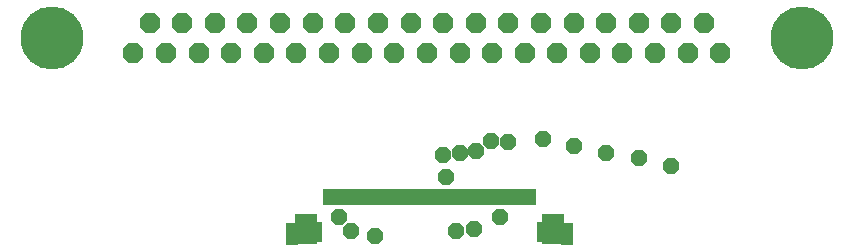
<source format=gts>
G75*
%MOIN*%
%OFA0B0*%
%FSLAX25Y25*%
%IPPOS*%
%LPD*%
%AMOC8*
5,1,8,0,0,1.08239X$1,22.5*
%
%ADD10R,0.02165X0.05709*%
%ADD11R,0.07283X0.10433*%
%ADD12R,0.04134X0.07283*%
%ADD13R,0.02165X0.06693*%
%ADD14OC8,0.06984*%
%ADD15C,0.20984*%
%ADD16OC8,0.05346*%
D10*
X0121138Y0075971D03*
X0121138Y0075971D03*
X0121138Y0075971D03*
X0123106Y0075971D03*
X0123106Y0075971D03*
X0123106Y0075971D03*
X0125075Y0075971D03*
X0125075Y0075971D03*
X0125075Y0075971D03*
X0127043Y0075971D03*
X0127043Y0075971D03*
X0127043Y0075971D03*
X0129012Y0075971D03*
X0129012Y0075971D03*
X0129012Y0075971D03*
X0130980Y0075971D03*
X0130980Y0075971D03*
X0130980Y0075971D03*
X0132949Y0075971D03*
X0132949Y0075971D03*
X0132949Y0075971D03*
X0134917Y0075971D03*
X0134917Y0075971D03*
X0134917Y0075971D03*
X0136886Y0075971D03*
X0136886Y0075971D03*
X0136886Y0075971D03*
X0138854Y0075971D03*
X0138854Y0075971D03*
X0138854Y0075971D03*
X0140823Y0075971D03*
X0140823Y0075971D03*
X0140823Y0075971D03*
X0142791Y0075971D03*
X0142791Y0075971D03*
X0142791Y0075971D03*
X0144760Y0075971D03*
X0144760Y0075971D03*
X0144760Y0075971D03*
X0146728Y0075971D03*
X0146728Y0075971D03*
X0146728Y0075971D03*
X0148697Y0075971D03*
X0148697Y0075971D03*
X0148697Y0075971D03*
X0150665Y0075971D03*
X0150665Y0075971D03*
X0150665Y0075971D03*
X0152634Y0075971D03*
X0152634Y0075971D03*
X0152634Y0075971D03*
X0154602Y0075971D03*
X0154602Y0075971D03*
X0154602Y0075971D03*
X0156571Y0075971D03*
X0156571Y0075971D03*
X0156571Y0075971D03*
X0158539Y0075971D03*
X0158539Y0075971D03*
X0158539Y0075971D03*
X0160508Y0075971D03*
X0160508Y0075971D03*
X0160508Y0075971D03*
X0162476Y0075971D03*
X0162476Y0075971D03*
X0162476Y0075971D03*
X0164445Y0075971D03*
X0164445Y0075971D03*
X0164445Y0075971D03*
X0166413Y0075971D03*
X0166413Y0075971D03*
X0166413Y0075971D03*
X0168382Y0075971D03*
X0168382Y0075971D03*
X0168382Y0075971D03*
X0170350Y0075971D03*
X0170350Y0075971D03*
X0170350Y0075971D03*
X0172319Y0075971D03*
X0172319Y0075971D03*
X0172319Y0075971D03*
X0174287Y0075971D03*
X0174287Y0075971D03*
X0174287Y0075971D03*
X0176256Y0075971D03*
X0176256Y0075971D03*
X0176256Y0075971D03*
X0178224Y0075971D03*
X0178224Y0075971D03*
X0178224Y0075971D03*
X0180193Y0075971D03*
X0180193Y0075971D03*
X0180193Y0075971D03*
X0182161Y0075971D03*
X0182161Y0075971D03*
X0182161Y0075971D03*
X0184130Y0075971D03*
X0184130Y0075971D03*
X0184130Y0075971D03*
X0186098Y0075971D03*
X0186098Y0075971D03*
X0186098Y0075971D03*
X0188067Y0075971D03*
X0188067Y0075971D03*
X0188067Y0075971D03*
X0190035Y0075971D03*
X0190035Y0075971D03*
X0190035Y0075971D03*
D11*
X0196728Y0065341D03*
X0196728Y0065341D03*
X0196728Y0065341D03*
X0114445Y0065341D03*
X0114445Y0065341D03*
X0114445Y0065341D03*
D12*
X0109720Y0063767D03*
X0109720Y0063767D03*
X0109720Y0063767D03*
X0201453Y0063767D03*
X0201453Y0063767D03*
X0201453Y0063767D03*
D13*
X0192496Y0064554D03*
X0118677Y0064554D03*
D14*
X0122002Y0124239D03*
X0111102Y0124239D03*
X0100302Y0124239D03*
X0089402Y0124239D03*
X0078502Y0124239D03*
X0067702Y0124239D03*
X0056802Y0124239D03*
X0062202Y0134239D03*
X0073102Y0134239D03*
X0084002Y0134239D03*
X0094802Y0134239D03*
X0105702Y0134239D03*
X0116602Y0134239D03*
X0127402Y0134239D03*
X0138302Y0134239D03*
X0149202Y0134239D03*
X0160002Y0134239D03*
X0170902Y0134239D03*
X0181802Y0134239D03*
X0192702Y0134239D03*
X0203502Y0134239D03*
X0214402Y0134239D03*
X0225302Y0134239D03*
X0236102Y0134239D03*
X0247002Y0134239D03*
X0241602Y0124239D03*
X0252402Y0124239D03*
X0230702Y0124239D03*
X0219802Y0124239D03*
X0209002Y0124239D03*
X0198102Y0124239D03*
X0187202Y0124239D03*
X0176302Y0124239D03*
X0165502Y0124239D03*
X0154602Y0124239D03*
X0143702Y0124239D03*
X0132902Y0124239D03*
D15*
X0029602Y0129239D03*
X0279602Y0129239D03*
D16*
X0225302Y0089073D03*
X0214402Y0090771D03*
X0203502Y0093257D03*
X0193185Y0095538D03*
X0181802Y0094392D03*
X0175862Y0094751D03*
X0171138Y0091601D03*
X0165626Y0090814D03*
X0160114Y0090026D03*
X0160902Y0082940D03*
X0179012Y0069554D03*
X0170350Y0065617D03*
X0164445Y0064830D03*
X0137280Y0063255D03*
X0129406Y0064830D03*
X0125469Y0069554D03*
X0236102Y0086487D03*
M02*

</source>
